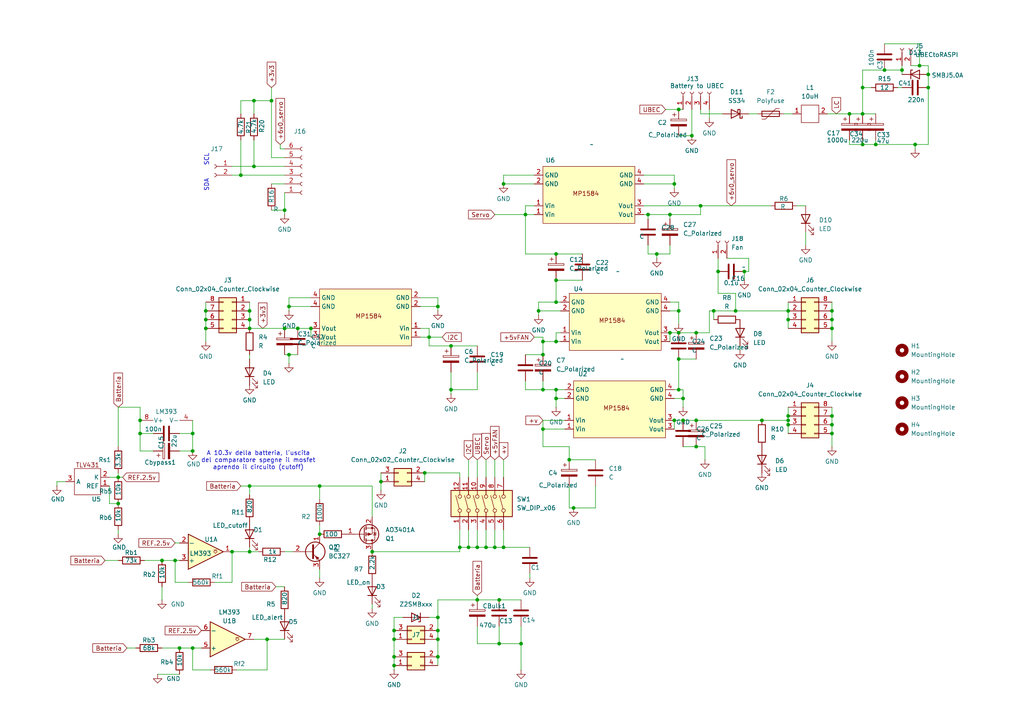
<source format=kicad_sch>
(kicad_sch (version 20250114) (generator "eeschema") (generator_version "9.0")
  (paper "A4")
  (text "A 10.3v della batteria, l'uscita\ndel comparatore spegne il mosfet\naprendo il circuito (cutoff)" (at 74.93 133.604 0) (effects (font (size 1.27 1.27))))
  (text "SDA    SCL" (at 59.944 50.038 90) (effects (font (size 1.27 1.27))))
  (junction (at 90.17 95.25))
  (junction (at 50.8 162.56))
  (junction (at 127 179.07))
  (junction (at 161.29 99.06))
  (junction (at 77.47 185.42))
  (junction (at 266.7 19.05))
  (junction (at 143.51 158.75))
  (junction (at 269.24 25.4))
  (junction (at 133.35 158.75))
  (junction (at 203.2 59.69))
  (junction (at 261.62 20.32))
  (junction (at 40.64 121.92))
  (junction (at 161.29 73.66))
  (junction (at 130.81 113.03))
  (junction (at 265.43 41.91))
  (junction (at 256.54 20.32))
  (junction (at 86.36 95.25))
  (junction (at 59.69 90.17))
  (junction (at 215.9 78.74))
  (junction (at 196.85 113.03))
  (junction (at 92.71 140.97))
  (junction (at 144.78 186.69))
  (junction (at 110.49 139.7))
  (junction (at 228.6 120.65))
  (junction (at 157.48 99.06))
  (junction (at 254 41.91))
  (junction (at 146.05 158.75))
  (junction (at 195.58 121.92))
  (junction (at 190.5 73.66))
  (junction (at 213.36 90.17))
  (junction (at 114.3 182.88))
  (junction (at 127 185.42))
  (junction (at 72.39 160.02))
  (junction (at 72.39 140.97))
  (junction (at 241.3 123.19))
  (junction (at 92.71 154.94))
  (junction (at 114.3 185.42))
  (junction (at 161.29 87.63))
  (junction (at 195.58 53.34))
  (junction (at 228.6 92.71))
  (junction (at 196.85 96.52))
  (junction (at 152.4 62.23))
  (junction (at 114.3 190.5))
  (junction (at 241.3 125.73))
  (junction (at 144.78 173.99))
  (junction (at 198.12 121.92))
  (junction (at 107.95 160.02))
  (junction (at 165.1 133.35))
  (junction (at 228.6 123.19))
  (junction (at 114.3 193.04))
  (junction (at 83.82 88.9))
  (junction (at 34.29 138.43))
  (junction (at 73.66 29.21))
  (junction (at 166.37 147.32))
  (junction (at 78.74 29.21))
  (junction (at 250.19 25.4))
  (junction (at 241.3 90.17))
  (junction (at 201.93 96.52))
  (junction (at 157.48 102.87))
  (junction (at 161.29 115.57))
  (junction (at 135.89 158.75))
  (junction (at 201.93 121.92))
  (junction (at 241.3 120.65))
  (junction (at 55.88 187.96))
  (junction (at 59.69 95.25))
  (junction (at 157.48 113.03))
  (junction (at 194.31 96.52))
  (junction (at 208.28 78.74))
  (junction (at 196.85 31.75))
  (junction (at 146.05 53.34))
  (junction (at 55.88 130.81))
  (junction (at 201.93 129.54))
  (junction (at 207.01 90.17))
  (junction (at 198.12 115.57))
  (junction (at 130.81 100.33))
  (junction (at 228.6 121.92))
  (junction (at 187.96 62.23))
  (junction (at 246.38 33.02))
  (junction (at 196.85 104.14))
  (junction (at 73.66 48.26))
  (junction (at 269.24 21.59))
  (junction (at 161.29 113.03))
  (junction (at 82.55 60.96))
  (junction (at 157.48 124.46))
  (junction (at 241.3 95.25))
  (junction (at 161.29 81.28))
  (junction (at 123.19 137.16))
  (junction (at 59.69 92.71))
  (junction (at 52.07 187.96))
  (junction (at 72.39 92.71))
  (junction (at 138.43 173.99))
  (junction (at 156.21 90.17))
  (junction (at 228.6 90.17))
  (junction (at 127 88.9))
  (junction (at 72.39 95.25))
  (junction (at 55.88 125.73))
  (junction (at 194.31 62.23))
  (junction (at 67.31 160.02))
  (junction (at 220.98 121.92))
  (junction (at 241.3 92.71))
  (junction (at 40.64 125.73))
  (junction (at 124.46 97.79))
  (junction (at 196.85 90.17))
  (junction (at 200.66 39.37))
  (junction (at 72.39 90.17))
  (junction (at 127 190.5))
  (junction (at 83.82 102.87))
  (junction (at 151.13 186.69))
  (junction (at 82.55 95.25))
  (junction (at 140.97 158.75))
  (junction (at 46.99 162.56))
  (junction (at 69.85 50.8))
  (junction (at 127 182.88))
  (junction (at 250.19 41.91))
  (junction (at 34.29 146.05))
  (junction (at 138.43 158.75))
  (junction (at 250.19 33.02))
  (wire (pts (xy 203.2 59.69) (xy 203.2 62.23)))
  (wire (pts (xy 78.74 25.4) (xy 78.74 29.21)))
  (wire (pts (xy 114.3 179.07) (xy 114.3 182.88)))
  (wire (pts (xy 152.4 113.03) (xy 157.48 113.03)))
  (wire (pts (xy 72.39 140.97) (xy 92.71 140.97)))
  (wire (pts (xy 256.54 12.7) (xy 266.7 12.7)))
  (wire (pts (xy 198.12 121.92) (xy 201.93 121.92)))
  (wire (pts (xy 250.19 25.4) (xy 252.73 25.4)))
  (wire (pts (xy 194.31 90.17) (xy 196.85 90.17)))
  (wire (pts (xy 52.07 130.81) (xy 55.88 130.81)))
  (wire (pts (xy 92.71 140.97) (xy 107.95 140.97)))
  (wire (pts (xy 165.1 129.54) (xy 165.1 133.35)))
  (wire (pts (xy 44.45 125.73) (xy 40.64 125.73)))
  (wire (pts (xy 207.01 90.17) (xy 207.01 92.71)))
  (wire (pts (xy 50.8 168.91) (xy 50.8 162.56)))
  (wire (pts (xy 154.94 59.69) (xy 152.4 59.69)))
  (wire (pts (xy 144.78 186.69) (xy 151.13 186.69)))
  (wire (pts (xy 52.07 125.73) (xy 55.88 125.73)))
  (wire (pts (xy 40.64 125.73) (xy 40.64 121.92)))
  (wire (pts (xy 127 173.99) (xy 127 179.07)))
  (wire (pts (xy 34.29 118.11) (xy 40.64 118.11)))
  (wire (pts (xy 138.43 153.67) (xy 138.43 158.75)))
  (wire (pts (xy 31.75 140.97) (xy 31.75 146.05)))
  (wire (pts (xy 77.47 185.42) (xy 73.66 185.42)))
  (wire (pts (xy 214.63 100.33) (xy 214.63 101.6)))
  (wire (pts (xy 161.29 73.66) (xy 168.91 73.66)))
  (wire (pts (xy 156.21 90.17) (xy 162.56 90.17)))
  (wire (pts (xy 138.43 133.35) (xy 138.43 138.43)))
  (wire (pts (xy 254 40.64) (xy 254 41.91)))
  (wire (pts (xy 124.46 97.79) (xy 121.92 97.79)))
  (wire (pts (xy 135.89 153.67) (xy 135.89 158.75)))
  (wire (pts (xy 144.78 173.99) (xy 151.13 173.99)))
  (wire (pts (xy 90.17 95.25) (xy 90.17 97.79)))
  (wire (pts (xy 157.48 113.03) (xy 161.29 113.03)))
  (wire (pts (xy 34.29 137.16) (xy 34.29 138.43)))
  (wire (pts (xy 72.39 87.63) (xy 72.39 90.17)))
  (wire (pts (xy 198.12 129.54) (xy 201.93 129.54)))
  (wire (pts (xy 59.69 87.63) (xy 59.69 90.17)))
  (wire (pts (xy 72.39 158.75) (xy 72.39 160.02)))
  (wire (pts (xy 261.62 20.32) (xy 261.62 21.59)))
  (wire (pts (xy 195.58 53.34) (xy 195.58 54.61)))
  (wire (pts (xy 138.43 158.75) (xy 135.89 158.75)))
  (wire (pts (xy 161.29 81.28) (xy 168.91 81.28)))
  (wire (pts (xy 260.35 25.4) (xy 261.62 25.4)))
  (wire (pts (xy 172.72 147.32) (xy 166.37 147.32)))
  (wire (pts (xy 124.46 179.07) (xy 127 179.07)))
  (wire (pts (xy 269.24 21.59) (xy 269.24 25.4)))
  (wire (pts (xy 107.95 160.02) (xy 133.35 160.02)))
  (wire (pts (xy 114.3 190.5) (xy 114.3 193.04)))
  (wire (pts (xy 156.21 90.17) (xy 156.21 91.44)))
  (wire (pts (xy 34.29 138.43) (xy 35.56 138.43)))
  (wire (pts (xy 124.46 100.33) (xy 130.81 100.33)))
  (wire (pts (xy 194.31 73.66) (xy 190.5 73.66)))
  (wire (pts (xy 204.47 129.54) (xy 201.93 129.54)))
  (wire (pts (xy 196.85 87.63) (xy 194.31 87.63)))
  (wire (pts (xy 195.58 113.03) (xy 196.85 113.03)))
  (wire (pts (xy 123.19 137.16) (xy 123.19 139.7)))
  (wire (pts (xy 59.69 92.71) (xy 59.69 95.25)))
  (wire (pts (xy 161.29 115.57) (xy 161.29 118.11)))
  (wire (pts (xy 67.31 168.91) (xy 67.31 160.02)))
  (wire (pts (xy 241.3 125.73) (xy 241.3 129.54)))
  (wire (pts (xy 92.71 152.4) (xy 92.71 154.94)))
  (wire (pts (xy 31.75 138.43) (xy 34.29 138.43)))
  (wire (pts (xy 203.2 31.75) (xy 203.2 33.02)))
  (wire (pts (xy 151.13 194.31) (xy 151.13 186.69)))
  (wire (pts (xy 83.82 102.87) (xy 83.82 105.41)))
  (wire (pts (xy 198.12 113.03) (xy 198.12 115.57)))
  (wire (pts (xy 256.54 20.32) (xy 261.62 20.32)))
  (wire (pts (xy 133.35 137.16) (xy 123.19 137.16)))
  (wire (pts (xy 67.31 48.26) (xy 73.66 48.26)))
  (wire (pts (xy 143.51 133.35) (xy 143.51 138.43)))
  (wire (pts (xy 127 179.07) (xy 127 182.88)))
  (wire (pts (xy 228.6 92.71) (xy 228.6 95.25)))
  (wire (pts (xy 265.43 41.91) (xy 265.43 43.18)))
  (wire (pts (xy 110.49 137.16) (xy 110.49 139.7)))
  (wire (pts (xy 196.85 96.52) (xy 201.93 96.52)))
  (wire (pts (xy 52.07 187.96) (xy 55.88 187.96)))
  (wire (pts (xy 121.92 88.9) (xy 127 88.9)))
  (wire (pts (xy 82.55 55.88) (xy 82.55 60.96)))
  (wire (pts (xy 92.71 140.97) (xy 92.71 144.78)))
  (wire (pts (xy 127 185.42) (xy 127 190.5)))
  (wire (pts (xy 161.29 113.03) (xy 163.83 113.03)))
  (wire (pts (xy 203.2 33.02) (xy 209.55 33.02)))
  (wire (pts (xy 162.56 96.52) (xy 161.29 96.52)))
  (wire (pts (xy 250.19 20.32) (xy 256.54 20.32)))
  (wire (pts (xy 133.35 153.67) (xy 133.35 158.75)))
  (wire (pts (xy 203.2 59.69) (xy 223.52 59.69)))
  (wire (pts (xy 157.48 99.06) (xy 161.29 99.06)))
  (wire (pts (xy 266.7 12.7) (xy 266.7 19.05)))
  (wire (pts (xy 34.29 153.67) (xy 34.29 154.94)))
  (wire (pts (xy 266.7 19.05) (xy 269.24 19.05)))
  (wire (pts (xy 78.74 45.72) (xy 82.55 45.72)))
  (wire (pts (xy 124.46 95.25) (xy 124.46 97.79)))
  (wire (pts (xy 140.97 153.67) (xy 140.97 158.75)))
  (wire (pts (xy 152.4 59.69) (xy 152.4 62.23)))
  (wire (pts (xy 152.4 73.66) (xy 161.29 73.66)))
  (wire (pts (xy 205.74 96.52) (xy 205.74 90.17)))
  (wire (pts (xy 69.85 33.02) (xy 69.85 29.21)))
  (wire (pts (xy 196.85 93.98) (xy 196.85 90.17)))
  (wire (pts (xy 50.8 162.56) (xy 52.07 162.56)))
  (wire (pts (xy 228.6 121.92) (xy 228.6 120.65)))
  (wire (pts (xy 52.07 195.58) (xy 45.72 195.58)))
  (wire (pts (xy 143.51 62.23) (xy 152.4 62.23)))
  (wire (pts (xy 50.8 157.48) (xy 52.07 157.48)))
  (wire (pts (xy 135.89 133.35) (xy 135.89 138.43)))
  (wire (pts (xy 151.13 181.61) (xy 151.13 186.69)))
  (wire (pts (xy 133.35 160.02) (xy 133.35 158.75)))
  (wire (pts (xy 83.82 102.87) (xy 86.36 102.87)))
  (wire (pts (xy 138.43 172.72) (xy 138.43 173.99)))
  (wire (pts (xy 72.39 90.17) (xy 72.39 92.71)))
  (wire (pts (xy 62.23 168.91) (xy 67.31 168.91)))
  (wire (pts (xy 107.95 140.97) (xy 107.95 149.86)))
  (wire (pts (xy 250.19 25.4) (xy 250.19 33.02)))
  (wire (pts (xy 72.39 160.02) (xy 74.93 160.02)))
  (wire (pts (xy 143.51 158.75) (xy 140.97 158.75)))
  (wire (pts (xy 186.69 59.69) (xy 203.2 59.69)))
  (wire (pts (xy 69.85 29.21) (xy 73.66 29.21)))
  (wire (pts (xy 246.38 41.91) (xy 250.19 41.91)))
  (wire (pts (xy 72.39 92.71) (xy 72.39 95.25)))
  (wire (pts (xy 157.48 121.92) (xy 163.83 121.92)))
  (wire (pts (xy 146.05 158.75) (xy 143.51 158.75)))
  (wire (pts (xy 195.58 50.8) (xy 195.58 53.34)))
  (wire (pts (xy 187.96 62.23) (xy 194.31 62.23)))
  (wire (pts (xy 165.1 147.32) (xy 166.37 147.32)))
  (wire (pts (xy 55.88 187.96) (xy 58.42 187.96)))
  (wire (pts (xy 172.72 140.97) (xy 172.72 147.32)))
  (wire (pts (xy 114.3 193.04) (xy 114.3 194.31)))
  (wire (pts (xy 138.43 186.69) (xy 144.78 186.69)))
  (wire (pts (xy 193.04 31.75) (xy 196.85 31.75)))
  (wire (pts (xy 154.94 97.79) (xy 157.48 97.79)))
  (wire (pts (xy 261.62 19.05) (xy 261.62 20.32)))
  (wire (pts (xy 241.3 120.65) (xy 241.3 123.19)))
  (wire (pts (xy 46.99 187.96) (xy 52.07 187.96)))
  (wire (pts (xy 54.61 168.91) (xy 50.8 168.91)))
  (wire (pts (xy 127 182.88) (xy 127 185.42)))
  (wire (pts (xy 121.92 86.36) (xy 127 86.36)))
  (wire (pts (xy 201.93 96.52) (xy 205.74 96.52)))
  (wire (pts (xy 186.69 53.34) (xy 195.58 53.34)))
  (wire (pts (xy 161.29 115.57) (xy 163.83 115.57)))
  (wire (pts (xy 41.91 162.56) (xy 46.99 162.56)))
  (wire (pts (xy 40.64 118.11) (xy 40.64 121.92)))
  (wire (pts (xy 78.74 60.96) (xy 82.55 60.96)))
  (wire (pts (xy 82.55 62.23) (xy 82.55 60.96)))
  (wire (pts (xy 196.85 39.37) (xy 200.66 39.37)))
  (wire (pts (xy 60.96 194.31) (xy 55.88 194.31)))
  (wire (pts (xy 194.31 62.23) (xy 203.2 62.23)))
  (wire (pts (xy 73.66 40.64) (xy 73.66 48.26)))
  (wire (pts (xy 121.92 95.25) (xy 124.46 95.25)))
  (wire (pts (xy 153.67 166.37) (xy 153.67 167.64)))
  (wire (pts (xy 157.48 110.49) (xy 157.48 113.03)))
  (wire (pts (xy 77.47 185.42) (xy 82.55 185.42)))
  (wire (pts (xy 82.55 48.26) (xy 73.66 48.26)))
  (wire (pts (xy 205.74 90.17) (xy 207.01 90.17)))
  (wire (pts (xy 152.4 62.23) (xy 154.94 62.23)))
  (wire (pts (xy 55.88 125.73) (xy 55.88 121.92)))
  (wire (pts (xy 200.66 31.75) (xy 200.66 39.37)))
  (wire (pts (xy 241.3 92.71) (xy 241.3 95.25)))
  (wire (pts (xy 140.97 133.35) (xy 140.97 138.43)))
  (wire (pts (xy 220.98 121.92) (xy 228.6 121.92)))
  (wire (pts (xy 138.43 173.99) (xy 144.78 173.99)))
  (wire (pts (xy 269.24 25.4) (xy 269.24 41.91)))
  (wire (pts (xy 208.28 74.93) (xy 208.28 78.74)))
  (wire (pts (xy 73.66 33.02) (xy 73.66 29.21)))
  (wire (pts (xy 187.96 71.12) (xy 187.96 73.66)))
  (wire (pts (xy 196.85 90.17) (xy 196.85 87.63)))
  (wire (pts (xy 196.85 104.14) (xy 196.85 113.03)))
  (wire (pts (xy 59.69 95.25) (xy 59.69 99.06)))
  (wire (pts (xy 165.1 140.97) (xy 165.1 147.32)))
  (wire (pts (xy 233.68 71.12) (xy 233.68 67.31)))
  (wire (pts (xy 240.03 33.02) (xy 246.38 33.02)))
  (wire (pts (xy 213.36 90.17) (xy 228.6 90.17)))
  (wire (pts (xy 72.39 140.97) (xy 72.39 143.51)))
  (wire (pts (xy 78.74 53.34) (xy 82.55 53.34)))
  (wire (pts (xy 165.1 133.35) (xy 172.72 133.35)))
  (wire (pts (xy 196.85 113.03) (xy 198.12 113.03)))
  (wire (pts (xy 194.31 96.52) (xy 196.85 96.52)))
  (wire (pts (xy 194.31 71.12) (xy 194.31 73.66)))
  (wire (pts (xy 140.97 158.75) (xy 138.43 158.75)))
  (wire (pts (xy 130.81 100.33) (xy 138.43 100.33)))
  (wire (pts (xy 146.05 50.8) (xy 154.94 50.8)))
  (wire (pts (xy 144.78 181.61) (xy 144.78 186.69)))
  (wire (pts (xy 156.21 87.63) (xy 156.21 90.17)))
  (wire (pts (xy 138.43 181.61) (xy 138.43 186.69)))
  (wire (pts (xy 146.05 53.34) (xy 154.94 53.34)))
  (wire (pts (xy 81.28 43.18) (xy 82.55 43.18)))
  (wire (pts (xy 114.3 182.88) (xy 114.3 185.42)))
  (wire (pts (xy 143.51 153.67) (xy 143.51 158.75)))
  (wire (pts (xy 146.05 50.8) (xy 146.05 53.34)))
  (wire (pts (xy 127 88.9) (xy 127 86.36)))
  (wire (pts (xy 161.29 87.63) (xy 156.21 87.63)))
  (wire (pts (xy 161.29 81.28) (xy 161.29 87.63)))
  (wire (pts (xy 246.38 40.64) (xy 246.38 41.91)))
  (wire (pts (xy 187.96 73.66) (xy 190.5 73.66)))
  (wire (pts (xy 152.4 110.49) (xy 152.4 113.03)))
  (wire (pts (xy 68.58 194.31) (xy 77.47 194.31)))
  (wire (pts (xy 186.69 50.8) (xy 195.58 50.8)))
  (wire (pts (xy 196.85 104.14) (xy 201.93 104.14)))
  (wire (pts (xy 269.24 19.05) (xy 269.24 21.59)))
  (wire (pts (xy 146.05 153.67) (xy 146.05 158.75)))
  (wire (pts (xy 127 90.17) (xy 127 88.9)))
  (wire (pts (xy 241.3 118.11) (xy 241.3 120.65)))
  (wire (pts (xy 83.82 88.9) (xy 83.82 90.17)))
  (wire (pts (xy 207.01 90.17) (xy 213.36 90.17)))
  (wire (pts (xy 161.29 113.03) (xy 161.29 115.57)))
  (wire (pts (xy 163.83 124.46) (xy 157.48 124.46)))
  (wire (pts (xy 107.95 175.26) (xy 107.95 176.53)))
  (wire (pts (xy 157.48 124.46) (xy 157.48 129.54)))
  (wire (pts (xy 127 173.99) (xy 138.43 173.99)))
  (wire (pts (xy 228.6 120.65) (xy 228.6 118.11)))
  (wire (pts (xy 92.71 165.1) (xy 92.71 167.64)))
  (wire (pts (xy 83.82 88.9) (xy 90.17 88.9)))
  (wire (pts (xy 69.85 50.8) (xy 82.55 50.8)))
  (wire (pts (xy 195.58 121.92) (xy 198.12 121.92)))
  (wire (pts (xy 201.93 121.92) (xy 220.98 121.92)))
  (wire (pts (xy 228.6 123.19) (xy 228.6 125.73)))
  (wire (pts (xy 146.05 133.35) (xy 146.05 138.43)))
  (wire (pts (xy 157.48 129.54) (xy 165.1 129.54)))
  (wire (pts (xy 157.48 99.06) (xy 157.48 102.87)))
  (wire (pts (xy 250.19 40.64) (xy 250.19 41.91)))
  (wire (pts (xy 231.14 59.69) (xy 233.68 59.69)))
  (wire (pts (xy 208.28 85.09) (xy 208.28 78.74)))
  (wire (pts (xy 228.6 121.92) (xy 228.6 123.19)))
  (wire (pts (xy 246.38 33.02) (xy 250.19 33.02)))
  (wire (pts (xy 250.19 41.91) (xy 254 41.91)))
  (wire (pts (xy 72.39 102.87) (xy 72.39 104.14)))
  (wire (pts (xy 210.82 74.93) (xy 217.17 74.93)))
  (wire (pts (xy 55.88 130.81) (xy 55.88 125.73)))
  (wire (pts (xy 16.51 139.7) (xy 19.05 139.7)))
  (wire (pts (xy 124.46 97.79) (xy 128.27 97.79)))
  (wire (pts (xy 44.45 130.81) (xy 40.64 130.81)))
  (wire (pts (xy 161.29 96.52) (xy 161.29 99.06)))
  (wire (pts (xy 241.3 95.25) (xy 241.3 99.06)))
  (wire (pts (xy 217.17 74.93) (xy 217.17 78.74)))
  (wire (pts (xy 157.48 124.46) (xy 157.48 121.92)))
  (wire (pts (xy 83.82 86.36) (xy 83.82 88.9)))
  (wire (pts (xy 138.43 107.95) (xy 138.43 113.03)))
  (wire (pts (xy 194.31 96.52) (xy 194.31 99.06)))
  (wire (pts (xy 194.31 62.23) (xy 194.31 63.5)))
  (wire (pts (xy 152.4 62.23) (xy 152.4 73.66)))
  (wire (pts (xy 124.46 97.79) (xy 124.46 100.33)))
  (wire (pts (xy 264.16 19.05) (xy 266.7 19.05)))
  (wire (pts (xy 146.05 158.75) (xy 153.67 158.75)))
  (wire (pts (xy 110.49 139.7) (xy 110.49 142.24)))
  (wire (pts (xy 82.55 102.87) (xy 83.82 102.87)))
  (wire (pts (xy 195.58 121.92) (xy 195.58 124.46)))
  (wire (pts (xy 16.51 139.7) (xy 16.51 140.97)))
  (wire (pts (xy 46.99 162.56) (xy 50.8 162.56)))
  (wire (pts (xy 217.17 33.02) (xy 219.71 33.02)))
  (wire (pts (xy 241.3 123.19) (xy 241.3 125.73)))
  (wire (pts (xy 215.9 78.74) (xy 215.9 81.28)))
  (wire (pts (xy 69.85 40.64) (xy 69.85 50.8)))
  (wire (pts (xy 187.96 62.23) (xy 187.96 63.5)))
  (wire (pts (xy 138.43 113.03) (xy 130.81 113.03)))
  (wire (pts (xy 80.01 170.18) (xy 82.55 170.18)))
  (wire (pts (xy 250.19 33.02) (xy 254 33.02)))
  (wire (pts (xy 269.24 41.91) (xy 265.43 41.91)))
  (wire (pts (xy 40.64 130.81) (xy 40.64 125.73)))
  (wire (pts (xy 250.19 20.32) (xy 250.19 25.4)))
  (wire (pts (xy 190.5 73.66) (xy 190.5 74.93)))
  (wire (pts (xy 90.17 95.25) (xy 86.36 95.25)))
  (wire (pts (xy 198.12 115.57) (xy 198.12 118.11)))
  (wire (pts (xy 241.3 90.17) (xy 241.3 92.71)))
  (wire (pts (xy 127 190.5) (xy 127 193.04)))
  (wire (pts (xy 34.29 118.11) (xy 34.29 129.54)))
  (wire (pts (xy 228.6 90.17) (xy 228.6 92.71)))
  (wire (pts (xy 77.47 194.31) (xy 77.47 185.42)))
  (wire (pts (xy 217.17 78.74) (xy 215.9 78.74)))
  (wire (pts (xy 133.35 138.43) (xy 133.35 137.16)))
  (wire (pts (xy 67.31 160.02) (xy 72.39 160.02)))
  (wire (pts (xy 78.74 29.21) (xy 78.74 45.72)))
  (wire (pts (xy 36.83 187.96) (xy 39.37 187.96)))
  (wire (pts (xy 73.66 29.21) (xy 78.74 29.21)))
  (wire (pts (xy 195.58 115.57) (xy 198.12 115.57)))
  (wire (pts (xy 254 41.91) (xy 265.43 41.91)))
  (wire (pts (xy 114.3 185.42) (xy 114.3 190.5)))
  (wire (pts (xy 152.4 102.87) (xy 157.48 102.87)))
  (wire (pts (xy 133.35 158.75) (xy 135.89 158.75)))
  (wire (pts (xy 46.99 170.18) (xy 46.99 173.99)))
  (wire (pts (xy 204.47 133.35) (xy 204.47 129.54)))
  (wire (pts (xy 67.31 50.8) (xy 69.85 50.8)))
  (wire (pts (xy 82.55 160.02) (xy 85.09 160.02)))
  (wire (pts (xy 205.74 31.75) (xy 205.74 34.29)))
  (wire (pts (xy 228.6 87.63) (xy 228.6 90.17)))
  (wire (pts (xy 213.36 85.09) (xy 208.28 85.09)))
  (wire (pts (xy 241.3 87.63) (xy 241.3 90.17)))
  (wire (pts (xy 130.81 107.95) (xy 130.81 113.03)))
  (wire (pts (xy 157.48 97.79) (xy 157.48 99.06)))
  (wire (pts (xy 72.39 95.25) (xy 82.55 95.25)))
  (wire (pts (xy 86.36 95.25) (xy 82.55 95.25)))
  (wire (pts (xy 30.48 162.56) (xy 34.29 162.56)))
  (wire (pts (xy 116.84 179.07) (xy 114.3 179.07)))
  (wire (pts (xy 161.29 99.06) (xy 162.56 99.06)))
  (wire (pts (xy 59.69 90.17) (xy 59.69 92.71)))
  (wire (pts (xy 186.69 62.23) (xy 187.96 62.23)))
  (wire (pts (xy 55.88 194.31) (xy 55.88 187.96)))
  (wire (pts (xy 130.81 113.03) (xy 130.81 114.3)))
  (wire (pts (xy 69.85 140.97) (xy 72.39 140.97)))
  (wire (pts (xy 90.17 86.36) (xy 83.82 86.36)))
  (wire (pts (xy 31.75 146.05) (xy 34.29 146.05)))
  (wire (pts (xy 227.33 33.02) (xy 229.87 33.02)))
  (wire (pts (xy 196.85 31.75) (xy 198.12 31.75)))
  (wire (pts (xy 162.56 87.63) (xy 161.29 87.63)))
  (wire (pts (xy 81.28 41.91) (xy 81.28 43.18)))
  (wire (pts (xy 213.36 85.09) (xy 213.36 90.17)))
  (global_label "Batteria" (shape input) (at 36.83 187.96 180) (property "Intersheetrefs" "${INTERSHEET_REFS}" (effects (hide yes))))
  (global_label "Batteria" (shape input) (at 80.01 170.18 180) (property "Intersheetrefs" "${INTERSHEET_REFS}" (effects (hide yes))))
  (global_label "+v" (shape input) (at 157.48 121.92 180) (property "Intersheetrefs" "${INTERSHEET_REFS}" (effects (hide yes))))
  (global_label "UBEC" (shape input) (at 138.43 133.35 90) (property "Intersheetrefs" "${INTERSHEET_REFS}" (effects (hide yes))))
  (global_label "+6v0_servo" (shape input) (at 212.09 59.69 90) (property "Intersheetrefs" "${INTERSHEET_REFS}" (effects (hide yes))))
  (global_label "+6v0_servo" (shape input) (at 81.28 41.91 90) (property "Intersheetrefs" "${INTERSHEET_REFS}" (effects (hide yes))))
  (global_label "+3v3" (shape input) (at 76.2 95.25 90) (property "Intersheetrefs" "${INTERSHEET_REFS}" (effects (hide yes))))
  (global_label "+5vFAN" (shape input) (at 154.94 97.79 180) (property "Intersheetrefs" "${INTERSHEET_REFS}" (effects (hide yes))))
  (global_label "Servo" (shape input) (at 143.51 62.23 180) (property "Intersheetrefs" "${INTERSHEET_REFS}" (effects (hide yes))))
  (global_label "Batteria" (shape input) (at 69.85 140.97 180) (property "Intersheetrefs" "${INTERSHEET_REFS}" (effects (hide yes))))
  (global_label "+5vFAN" (shape input) (at 143.51 133.35 90) (property "Intersheetrefs" "${INTERSHEET_REFS}" (effects (hide yes))))
  (global_label "I2C" (shape input) (at 135.89 133.35 90) (property "Intersheetrefs" "${INTERSHEET_REFS}" (effects (hide yes))))
  (global_label "Batteria" (shape input) (at 30.48 162.56 180) (property "Intersheetrefs" "${INTERSHEET_REFS}" (effects (hide yes))))
  (global_label "REF.2.5v" (shape input) (at 35.56 138.43 0) (property "Intersheetrefs" "${INTERSHEET_REFS}" (effects (hide yes))))
  (global_label "REF.2.5v" (shape input) (at 50.8 157.48 180) (property "Intersheetrefs" "${INTERSHEET_REFS}" (effects (hide yes))))
  (global_label "Batteria" (shape input) (at 34.29 118.11 90) (property "Intersheetrefs" "${INTERSHEET_REFS}" (effects (hide yes))))
  (global_label "+3v3" (shape input) (at 78.74 25.4 90) (property "Intersheetrefs" "${INTERSHEET_REFS}" (effects (hide yes))))
  (global_label "UBEC" (shape input) (at 193.04 31.75 180) (property "Intersheetrefs" "${INTERSHEET_REFS}" (effects (hide yes))))
  (global_label "REF.2.5v" (shape input) (at 58.42 182.88 180) (property "Intersheetrefs" "${INTERSHEET_REFS}" (effects (hide yes))))
  (global_label "+v" (shape input) (at 146.05 133.35 90) (property "Intersheetrefs" "${INTERSHEET_REFS}" (effects (hide yes))))
  (global_label "Batteria" (shape input) (at 138.43 172.72 90) (property "Intersheetrefs" "${INTERSHEET_REFS}" (effects (hide yes))))
  (global_label "Servo" (shape input) (at 140.97 133.35 90) (property "Intersheetrefs" "${INTERSHEET_REFS}" (effects (hide yes))))
  (global_label "LC" (shape input) (at 242.57 33.02 90) (property "Intersheetrefs" "${INTERSHEET_REFS}" (effects (hide yes))))
  (global_label "I2C" (shape input) (at 128.27 97.79 0) (property "Intersheetrefs" "${INTERSHEET_REFS}" (effects (hide yes))))
  (symbol (lib_id "Connector:Conn_01x02_Socket") (at 62.23 48.26 0) (mirror y) (unit 1)
    (property "Reference" "J17" (at 62.865 43.18 0))
    (property "Value" "Conn_01x02_Socket" (effects (hide yes)))
    (property "Footprint" "Connector_PinHeader_2.54mm:PinHeader_1x02_P2.54mm_Vertical" (effects (hide yes)))
    (property "Description" "Generic connector, single row, 01x02, script generated" (effects (hide yes)))
  )
  (symbol (lib_id "Connector_Generic:Conn_02x04_Counter_Clockwise") (at 233.68 120.65 0) (unit 1)
    (property "Reference" "J4" (at 234.95 111.76 0))
    (property "Value" "Conn_02x04_Counter_Clockwise" (at 234.95 114.3 0))
    (property "Footprint" "Connector_Molex:Molex_Micro-Fit_3.0_43045-0812_2x04_P3.00mm_Vertical" (effects (hide yes)))
    (property "Description" "Generic connector, double row, 02x04, counter clockwise pin numbering scheme (similar to DIP package numbering), script generated (kicad-library-utils/schlib/autogen/connector/)" (effects (hide yes)))
  )
  (symbol (lib_id "Device:C") (at 187.96 67.31 0) (unit 1)
    (property "Reference" "C28" (at 191.77 66.0399 0) (effects (justify left)))
    (property "Value" "C" (at 185.42 68.5799 0) (effects (justify left)))
    (property "Footprint" "Capacitor_THT:C_Disc_D5.1mm_W3.2mm_P5.00mm" (effects (hide yes)))
    (property "Description" "Unpolarized capacitor" (effects (hide yes)))
  )
  (symbol (lib_id "Device:C_Polarized") (at 161.29 77.47 0) (unit 1)
    (property "Reference" "C12" (at 165.1 75.3109 0) (effects (justify left)))
    (property "Value" "C_Polarized" (at 165.1 77.8509 0) (effects (justify left)))
    (property "Footprint" "Capacitor_THT:CP_Radial_D6.3mm_P2.50mm" (effects (hide yes)))
    (property "Description" "Polarized capacitor" (effects (hide yes)))
  )
  (symbol (lib_id "Device:R") (at 78.74 160.02 270) (unit 1)
    (property "Reference" "R12" (at 80.264 162.306 90) (effects (justify right)))
    (property "Value" "1k" (at 80.264 160.02 90) (effects (justify right)))
    (property "Footprint" "Resistor_THT:R_Axial_DIN0204_L3.6mm_D1.6mm_P5.08mm_Horizontal" (effects (hide yes)))
    (property "Description" "Resistor" (effects (hide yes)))
  )
  (symbol (lib_id "Diode:SS34") (at 213.36 33.02 180) (unit 1)
    (property "Reference" "D11" (at 213.6775 26.67 0))
    (property "Value" "SS34" (at 213.6775 29.21 0))
    (property "Footprint" "Diode_SMD:D_SMB_Handsoldering" (effects (hide yes)))
    (property "Datasheet" "https://www.vishay.com/docs/88751/ss32.pdf" (effects (hide yes)))
    (property "Description" "40V 3A Schottky Diode, SMA" (effects (hide yes)))
  )
  (symbol (lib_id "power:GND") (at 220.98 137.16 0) (unit 1)
    (property "Reference" "#PWR018" (effects (hide yes)))
    (property "Value" "GND" (at 220.98 141.478 0))
    (property "Description" "Power symbol creates a global label with name \"GND\" , ground" (effects (hide yes)))
  )
  (symbol (lib_id "Libreria_Personale:TLV431") (at 25.4 139.7 180) (unit 1)
    (property "Reference" "U5" (at 27.94 144.78 0))
    (property "Footprint" "Package_TO_SOT_SMD:SOT-23-3" (effects (hide yes)))
  )
  (symbol (lib_id "Device:C") (at 198.12 125.73 0) (unit 1)
    (property "Reference" "C26" (at 201.93 124.4599 0) (effects (justify left)))
    (property "Value" "C" (at 201.93 126.9999 0) (effects (justify left)))
    (property "Footprint" "Capacitor_THT:C_Disc_D5.1mm_W3.2mm_P5.00mm" (effects (hide yes)))
    (property "Description" "Unpolarized capacitor" (effects (hide yes)))
  )
  (symbol (lib_id "power:GND") (at 233.68 71.12 0) (unit 1)
    (property "Reference" "#PWR014" (effects (hide yes)))
    (property "Value" "GND" (at 233.68 75.438 0))
    (property "Description" "Power symbol creates a global label with name \"GND\" , ground" (effects (hide yes)))
  )
  (symbol (lib_id "power:GND") (at 55.88 130.81 0) (unit 1)
    (property "Reference" "#PWR043" (effects (hide yes)))
    (property "Value" "GND" (at 54.102 134.62 0) (effects (justify left)))
    (property "Description" "Power symbol creates a global label with name \"GND\" , ground" (effects (hide yes)))
  )
  (symbol (lib_id "Connector_Generic:Conn_02x04_Counter_Clockwise") (at 67.31 90.17 0) (mirror y) (unit 1)
    (property "Reference" "J3" (at 66.04 81.28 0))
    (property "Value" "Conn_02x04_Counter_Clockwise" (at 66.04 83.82 0))
    (property "Footprint" "Connector_Molex:Molex_Micro-Fit_3.0_43045-0812_2x04_P3.00mm_Vertical" (effects (hide yes)))
    (property "Description" "Generic connector, double row, 02x04, counter clockwise pin numbering scheme (similar to DIP package numbering), script generated (kicad-library-utils/schlib/autogen/connector/)" (effects (hide yes)))
  )
  (symbol (lib_id "Device:C_Polarized") (at 254 36.83 0) (unit 1)
    (property "Reference" "C33" (at 254.254 39.116 0) (effects (justify left)))
    (property "Value" "47u" (at 254.254 40.894 0) (effects (justify left)))
    (property "Footprint" "Capacitor_THT:CP_Radial_D6.3mm_P2.50mm" (effects (hide yes)))
    (property "Description" "Polarized capacitor" (effects (hide yes)))
  )
  (symbol (lib_id "Device:C_Polarized") (at 165.1 137.16 0) (unit 1)
    (property "Reference" "C4" (at 159.004 137.16 0) (effects (justify left)))
    (property "Value" "C_Polarized" (at 156.21 140.716 0) (effects (justify left)))
    (property "Footprint" "Capacitor_THT:CP_Radial_D6.3mm_P2.50mm" (effects (hide yes)))
    (property "Description" "Polarized capacitor" (effects (hide yes)))
  )
  (symbol (lib_id "PersonaleKicad:MP1584") (at 171.45 54.61 0) (unit 1)
    (property "Reference" "U6" (at 158.242 46.482 0) (effects (justify left)))
    (property "Value" "~" (at 171.0533 41.91 0) (effects (justify left)))
    (property "Footprint" "Converter_DCDC:SRT_MPT1584EN_Module" (effects (hide yes)))
  )
  (symbol (lib_id "power:GND") (at 166.37 147.32 0) (unit 1)
    (property "Reference" "#PWR036" (effects (hide yes)))
    (property "Value" "GND" (at 166.37 151.638 0))
    (property "Description" "Power symbol creates a global label with name \"GND\" , ground" (effects (hide yes)))
  )
  (symbol (lib_id "Device:R") (at 73.66 36.83 0) (mirror x) (unit 1)
    (property "Reference" "R20" (at 75.946 36.576 90))
    (property "Value" "4.7k" (at 73.66 36.576 90))
    (property "Footprint" "Resistor_THT:R_Axial_DIN0204_L3.6mm_D1.6mm_P5.08mm_Horizontal" (effects (hide yes)))
    (property "Description" "Resistor" (effects (hide yes)))
  )
  (symbol (lib_id "Device:C_Polarized") (at 130.81 104.14 0) (unit 1)
    (property "Reference" "C6" (at 134.62 101.9809 0) (effects (justify left)))
    (property "Value" "C_Polarized" (at 134.62 104.5209 0) (effects (justify left)))
    (property "Footprint" "Capacitor_THT:CP_Radial_D6.3mm_P2.50mm" (effects (hide yes)))
    (property "Description" "Polarized capacitor" (effects (hide yes)))
  )
  (symbol (lib_id "power:GND") (at 205.74 34.29 0) (unit 1)
    (property "Reference" "#PWR041" (effects (hide yes)))
    (property "Value" "GND" (at 205.74 38.608 0))
    (property "Description" "Power symbol creates a global label with name \"GND\" , ground" (effects (hide yes)))
  )
  (symbol (lib_id "power:GND") (at 72.39 111.76 0) (unit 1)
    (property "Reference" "#PWR022" (effects (hide yes)))
    (property "Value" "GND" (at 72.39 116.078 0))
    (property "Description" "Power symbol creates a global label with name \"GND\" , ground" (effects (hide yes)))
  )
  (symbol (lib_id "Device:C") (at 212.09 78.74 90) (unit 1)
    (property "Reference" "C16" (at 214.122 80.772 90))
    (property "Value" "0.1u" (at 212.09 82.042 90))
    (property "Footprint" "Capacitor_THT:C_Disc_D5.1mm_W3.2mm_P5.00mm" (effects (hide yes)))
    (property "Description" "Unpolarized capacitor" (effects (hide yes)))
  )
  (symbol (lib_id "Mechanical:MountingHole") (at 261.62 124.46 0) (unit 1) (in_bom no)
    (property "Reference" "H4" (at 264.16 123.1899 0) (effects (justify left)))
    (property "Value" "MountingHole" (at 264.16 125.7299 0) (effects (justify left)))
    (property "Footprint" "MountingHole:MountingHole_3.2mm_M3" (effects (hide yes)))
    (property "Description" "Mounting Hole without connection" (effects (hide yes)))
  )
  (symbol (lib_id "Device:LED") (at 72.39 154.94 90) (unit 1)
    (property "Reference" "D1" (at 76.2 153.67 90) (effects (justify left)))
    (property "Value" "LED_cutoff" (at 71.882 152.4 90) (effects (justify left)))
    (property "Footprint" "LED_THT:LED_D4.0mm" (effects (hide yes)))
    (property "Description" "Light emitting diode" (effects (hide yes)))
    (property "Sim.Pins" "1=K 2=A" (effects (hide yes)))
  )
  (symbol (lib_id "Device:C") (at 172.72 137.16 0) (unit 1)
    (property "Reference" "C18" (at 176.53 135.8899 0) (effects (justify left)))
    (property "Value" "C" (at 176.53 138.4299 0) (effects (justify left)))
    (property "Footprint" "Capacitor_THT:C_Disc_D5.1mm_W3.2mm_P5.00mm" (effects (hide yes)))
    (property "Description" "Unpolarized capacitor" (effects (hide yes)))
  )
  (symbol (lib_id "Device:R") (at 58.42 168.91 270) (unit 1)
    (property "Reference" "Rf1" (at 64.77 167.132 90) (effects (justify right)))
    (property "Value" "560k" (at 60.706 168.91 90) (effects (justify right)))
    (property "Footprint" "Resistor_THT:R_Axial_DIN0204_L3.6mm_D1.6mm_P5.08mm_Horizontal" (effects (hide yes)))
    (property "Description" "Resistor" (effects (hide yes)))
  )
  (symbol (lib_id "Device:C") (at 168.91 77.47 0) (unit 1)
    (property "Reference" "C22" (at 172.72 76.1999 0) (effects (justify left)))
    (property "Value" "C" (at 172.72 78.7399 0) (effects (justify left)))
    (property "Footprint" "Capacitor_THT:C_Disc_D5.1mm_W3.2mm_P5.00mm" (effects (hide yes)))
    (property "Description" "Unpolarized capacitor" (effects (hide yes)))
  )
  (symbol (lib_id "Device:C") (at 153.67 162.56 0) (unit 1)
    (property "Reference" "C1" (at 153.924 164.592 0) (effects (justify left)))
    (property "Value" "C" (effects (hide yes)))
    (property "Footprint" "Capacitor_THT:C_Disc_D5.1mm_W3.2mm_P5.00mm" (effects (hide yes)))
    (property "Description" "Unpolarized capacitor" (effects (hide yes)))
  )
  (symbol (lib_id "Device:R") (at 92.71 148.59 180) (unit 1)
    (property "Reference" "R2" (at 87.376 149.86 0) (effects (justify right)))
    (property "Value" "100k" (at 92.71 150.876 90) (effects (justify right)))
    (property "Footprint" "Resistor_THT:R_Axial_DIN0204_L3.6mm_D1.6mm_P5.08mm_Horizontal" (effects (hide yes)))
    (property "Description" "Resistor" (effects (hide yes)))
  )
  (symbol (lib_name "MP1584_2") (lib_id "PersonaleKicad:MP1584") (at 105.41 90.17 0) (mirror y) (unit 1)
    (property "Reference" "U3" (effects (hide yes)))
    (property "Value" "~" (at 216.2967 77.47 0) (effects (justify left)))
    (property "Footprint" "Converter_DCDC:SRT_MPT1584EN_Module" (effects (hide yes)))
  )
  (symbol (lib_id "Diode:Z2SMBxxx") (at 120.65 179.07 180) (unit 1)
    (property "Reference" "D2" (at 120.65 172.72 0))
    (property "Value" "Z2SMBxxx" (at 120.65 175.26 0))
    (property "Footprint" "Diode_SMD:D_SMB_Handsoldering" (effects (hide yes)))
    (property "Datasheet" "https://diotec.com/tl_files/diotec/files/pdf/datasheets/z2smb1.pdf" (effects (hide yes)))
    (property "Description" "2000mW Zener Diode, SMB(DO-214AA)" (effects (hide yes)))
  )
  (symbol (lib_id "Device:C") (at 152.4 106.68 0) (unit 1)
    (property "Reference" "C20" (at 156.21 105.4099 0) (effects (justify left)))
    (property "Value" "C" (at 156.21 107.9499 0) (effects (justify left)))
    (property "Footprint" "Capacitor_THT:C_Disc_D5.1mm_W3.2mm_P5.00mm" (effects (hide yes)))
    (property "Description" "Unpolarized capacitor" (effects (hide yes)))
  )
  (symbol (lib_id "Device:R") (at 227.33 59.69 90) (unit 1)
    (property "Reference" "R6" (at 227.33 57.658 90))
    (property "Value" "R" (at 227.076 59.944 90))
    (property "Footprint" "Resistor_THT:R_Axial_DIN0204_L3.6mm_D1.6mm_P5.08mm_Horizontal" (effects (hide yes)))
    (property "Description" "Resistor" (effects (hide yes)))
  )
  (symbol (lib_id "power:GND") (at 195.58 54.61 0) (unit 1)
    (property "Reference" "#PWR013" (effects (hide yes)))
    (property "Value" "GND" (at 195.58 58.928 0))
    (property "Description" "Power symbol creates a global label with name \"GND\" , ground" (effects (hide yes)))
  )
  (symbol (lib_id "Connector_Generic:Conn_02x04_Counter_Clockwise") (at 233.68 90.17 0) (unit 1)
    (property "Reference" "J6" (at 234.95 81.28 0))
    (property "Value" "Conn_02x04_Counter_Clockwise" (at 234.95 83.82 0))
    (property "Footprint" "Connector_Molex:Molex_Micro-Fit_3.0_43045-0812_2x04_P3.00mm_Vertical" (effects (hide yes)))
    (property "Description" "Generic connector, double row, 02x04, counter clockwise pin numbering scheme (similar to DIP package numbering), script generated (kicad-library-utils/schlib/autogen/connector/)" (effects (hide yes)))
  )
  (symbol (lib_id "Connector:Conn_01x04_Socket") (at 200.66 26.67 90) (unit 1)
    (property "Reference" "J13" (at 200.914 22.86 90))
    (property "Value" "Battery to UBEC" (at 202.184 24.892 90))
    (property "Footprint" "Connector:NS-Tech_Grove_1x04_P2mm_Vertical" (effects (hide yes)))
    (property "Description" "Generic connector, single row, 01x04, script generated" (effects (hide yes)))
  )
  (symbol (lib_id "Device:R") (at 43.18 187.96 270) (unit 1)
    (property "Reference" "Rb3" (at 43.18 185.674 90))
    (property "Value" "68k" (at 43.18 187.96 90))
    (property "Footprint" "Resistor_THT:R_Axial_DIN0204_L3.6mm_D1.6mm_P5.08mm_Horizontal" (effects (hide yes)))
    (property "Description" "Resistor" (effects (hide yes)))
  )
  (symbol (lib_id "Device:R") (at 256.54 25.4 90) (unit 1)
    (property "Reference" "R15" (at 256.54 22.86 90))
    (property "Value" "12" (at 256.54 25.4 90))
    (property "Footprint" "Resistor_SMD:R_0805_2012Metric_Pad1.20x1.40mm_HandSolder" (effects (hide yes)))
    (property "Description" "Resistor" (effects (hide yes)))
  )
  (symbol (lib_id "Device:C_Polarized") (at 196.85 35.56 0) (unit 1)
    (property "Reference" "C2" (at 190.754 35.56 0) (effects (justify left)))
    (property "Value" "C_Polarized" (at 187.96 39.116 0) (effects (justify left)))
    (property "Footprint" "Capacitor_THT:CP_Radial_D6.3mm_P2.50mm" (effects (hide yes)))
    (property "Description" "Polarized capacitor" (effects (hide yes)))
  )
  (symbol (lib_id "power:GND") (at 46.99 173.99 0) (unit 1)
    (property "Reference" "#PWR045" (effects (hide yes)))
    (property "Value" "GND" (at 49.53 175.2599 0) (effects (justify left)))
    (property "Description" "Power symbol creates a global label with name \"GND\" , ground" (effects (hide yes)))
  )
  (symbol (lib_id "power:GND") (at 151.13 194.31 0) (unit 1)
    (property "Reference" "#PWR037" (effects (hide yes)))
    (property "Value" "GND" (at 151.13 198.628 0))
    (property "Description" "Power symbol creates a global label with name \"GND\" , ground" (effects (hide yes)))
  )
  (symbol (lib_name "MP1584_4") (lib_id "PersonaleKicad:MP1584") (at 180.34 116.84 0) (unit 1)
    (property "Reference" "U2" (at 167.64 108.458 0) (effects (justify left)))
    (property "Value" "~" (at 179.9433 104.14 0) (effects (justify left)))
    (property "Footprint" "Converter_DCDC:SRT_MPT1584EN_Module" (effects (hide yes)))
  )
  (symbol (lib_id "Switch:SW_DIP_x06") (at 140.97 146.05 90) (unit 1)
    (property "Reference" "SW1" (at 149.86 144.7799 90) (effects (justify right)))
    (property "Value" "SW_DIP_x06" (at 149.86 147.3199 90) (effects (justify right)))
    (property "Footprint" "Button_Switch_THT:SW_DIP_SPSTx06_Slide_6.7x16.8mm_W7.62mm_P2.54mm_LowProfile" (effects (hide yes)))
    (property "Description" "6x DIP Switch, Single Pole Single Throw (SPST) switch, small symbol" (effects (hide yes)))
  )
  (symbol (lib_id "power:GND") (at 59.69 99.06 0) (unit 1)
    (property "Reference" "#PWR03" (effects (hide yes)))
    (property "Value" "GND" (at 59.69 103.378 0))
    (property "Description" "Power symbol creates a global label with name \"GND\" , ground" (effects (hide yes)))
  )
  (symbol (lib_id "Connector_Generic:Conn_02x02_Counter_Clockwise") (at 119.38 185.42 0) (mirror x) (unit 1)
    (property "Reference" "J1" (at 120.65 179.07 0))
    (property "Value" "Conn_02x02_Counter_Clockwise" (effects (hide yes)))
    (property "Footprint" "Connector_Molex:Molex_Micro-Fit_3.0_43045-0400_2x02_P3.00mm_Horizontal" (effects (hide yes)))
    (property "Description" "Generic connector, double row, 02x02, counter clockwise pin numbering scheme (similar to DIP package numbering), script generated (kicad-library-utils/schlib/autogen/connector/)" (effects (hide yes)))
  )
  (symbol (lib_id "power:GND") (at 92.71 167.64 0) (unit 1)
    (property "Reference" "#PWR02" (effects (hide yes)))
    (property "Value" "GND" (at 92.71 171.958 0))
    (property "Description" "Power symbol creates a global label with name \"GND\" , ground" (effects (hide yes)))
  )
  (symbol (lib_id "Transistor_BJT:BC327") (at 90.17 160.02 0) (unit 1)
    (property "Reference" "Q2" (at 95.25 158.7499 0) (effects (justify left)))
    (property "Value" "BC327" (at 95.25 161.2899 0) (effects (justify left)))
    (property "Footprint" "Package_TO_SOT_THT:TO-92L_HandSolder" (effects (hide yes)))
    (property "Datasheet" "http://www.onsemi.com/pub_link/Collateral/BC327-D.PDF" (effects (hide yes)))
    (property "Description" "0.8A Ic, 45V Vce, PNP Transistor, TO-92" (effects (hide yes)))
  )
  (symbol (lib_id "power:GND") (at 34.29 154.94 0) (unit 1)
    (property "Reference" "#PWR09" (effects (hide yes)))
    (property "Value" "GND" (at 32.512 158.75 0) (effects (justify left)))
    (property "Description" "Power symbol creates a global label with name \"GND\" , ground" (effects (hide yes)))
  )
  (symbol (lib_id "Device:C") (at 196.85 100.33 0) (unit 1)
    (property "Reference" "C24" (at 200.66 99.0599 0) (effects (justify left)))
    (property "Value" "C" (at 200.66 101.5999 0) (effects (justify left)))
    (property "Footprint" "Capacitor_THT:C_Disc_D5.1mm_W3.2mm_P5.00mm" (effects (hide yes)))
    (property "Description" "Unpolarized capacitor" (effects (hide yes)))
  )
  (symbol (lib_id "Device:C") (at 256.54 16.51 180) (unit 1)
    (property "Reference" "C3" (at 255.27 17.526 90) (effects (justify left)))
    (property "Value" "100n" (at 252.73 14.224 90) (effects (justify left)))
    (property "Footprint" "Capacitor_THT:C_Disc_D5.1mm_W3.2mm_P5.00mm" (effects (hide yes)))
    (property "Description" "Unpolarized capacitor" (effects (hide yes)))
  )
  (symbol (lib_id "Device:C_Polarized") (at 157.48 106.68 0) (unit 1)
    (property "Reference" "C7" (at 161.29 104.5209 0) (effects (justify left)))
    (property "Value" "C_Polarized" (at 161.29 107.0609 0) (effects (justify left)))
    (property "Footprint" "Capacitor_THT:CP_Radial_D6.3mm_P2.50mm" (effects (hide yes)))
    (property "Description" "Polarized capacitor" (effects (hide yes)))
  )
  (symbol (lib_id "power:GND") (at 190.5 74.93 0) (unit 1)
    (property "Reference" "#PWR023" (effects (hide yes)))
    (property "Value" "GND" (at 190.5 79.248 0))
    (property "Description" "Power symbol creates a global label with name \"GND\" , ground" (effects (hide yes)))
  )
  (symbol (lib_id "power:GND") (at 114.3 194.31 0) (unit 1)
    (property "Reference" "#PWR011" (effects (hide yes)))
    (property "Value" "GND" (at 114.3 198.628 0))
    (property "Description" "Power symbol creates a global label with name \"GND\" , ground" (effects (hide yes)))
  )
  (symbol (lib_id "Device:R") (at 69.85 36.83 0) (mirror x) (unit 1)
    (property "Reference" "R21" (at 72.136 36.83 90))
    (property "Value" "4.7k" (at 69.85 36.83 90))
    (property "Footprint" "Resistor_THT:R_Axial_DIN0204_L3.6mm_D1.6mm_P5.08mm_Horizontal" (effects (hide yes)))
    (property "Description" "Resistor" (effects (hide yes)))
  )
  (symbol (lib_id "Device:LED") (at 82.55 181.61 90) (unit 1)
    (property "Reference" "D5" (at 86.36 180.34 90) (effects (justify left)))
    (property "Value" "LED_alert" (at 82.042 179.07 90) (effects (justify left)))
    (property "Footprint" "LED_THT:LED_D4.0mm" (effects (hide yes)))
    (property "Description" "Light emitting diode" (effects (hide yes)))
    (property "Sim.Pins" "1=K 2=A" (effects (hide yes)))
  )
  (symbol (lib_id "Mechanical:MountingHole") (at 261.62 109.22 0) (unit 1) (in_bom no)
    (property "Reference" "H2" (at 264.16 107.9499 0) (effects (justify left)))
    (property "Value" "MountingHole" (at 264.16 110.4899 0) (effects (justify left)))
    (property "Footprint" "MountingHole:MountingHole_3.2mm_M3" (effects (hide yes)))
    (property "Description" "Mounting Hole without connection" (effects (hide yes)))
  )
  (symbol (lib_id "Device:R") (at 210.82 92.71 90) (unit 1)
    (property "Reference" "R8" (at 210.82 86.36 90))
    (property "Value" "R" (at 210.82 88.9 90))
    (property "Footprint" "Resistor_THT:R_Axial_DIN0204_L3.6mm_D1.6mm_P5.08mm_Horizontal" (effects (hide yes)))
    (property "Description" "Resistor" (effects (hide yes)))
  )
  (symbol (lib_id "Device:R") (at 34.29 142.24 0) (unit 1)
    (property "Reference" "Rb5" (at 28.702 142.494 0) (effects (justify left)))
    (property "Value" "10k" (at 34.29 143.764 90) (effects (justify left)))
    (property "Footprint" "Resistor_THT:R_Axial_DIN0204_L3.6mm_D1.6mm_P5.08mm_Horizontal" (effects (hide yes)))
    (property "Description" "Resistor" (effects (hide yes)))
  )
  (symbol (lib_id "Connector:Conn_01x02_Socket") (at 208.28 69.85 90) (unit 1)
    (property "Reference" "J18" (at 212.09 69.2149 90) (effects (justify right)))
    (property "Value" "Fan" (at 212.09 71.7549 90) (effects (justify right)))
    (property "Footprint" "Connector_PinHeader_2.54mm:PinHeader_1x02_P2.54mm_Vertical" (effects (hide yes)))
    (property "Description" "Generic connector, single row, 01x02, script generated" (effects (hide yes)))
  )
  (symbol (lib_id "power:GND") (at 153.67 167.64 0) (unit 1)
    (property "Reference" "#PWR019" (effects (hide yes)))
    (property "Value" "GND" (at 153.67 171.958 0))
    (property "Description" "Power symbol creates a global label with name \"GND\" , ground" (effects (hide yes)))
  )
  (symbol (lib_id "Device:C_Polarized") (at 250.19 36.83 0) (unit 1)
    (property "Reference" "C34" (at 246.38 38.862 0) (effects (justify left)))
    (property "Value" "220u" (at 246.888 40.64 0) (effects (justify left)))
    (property "Footprint" "Capacitor_THT:CP_Radial_D6.3mm_P2.50mm" (effects (hide yes)))
    (property "Description" "Polarized capacitor" (effects (hide yes)))
  )
  (symbol (lib_id "Device:R") (at 52.07 191.77 0) (unit 1)
    (property "Reference" "Rb4" (at 46.482 192.024 0) (effects (justify left)))
    (property "Value" "10k" (at 52.07 193.294 90) (effects (justify left)))
    (property "Footprint" "Resistor_THT:R_Axial_DIN0204_L3.6mm_D1.6mm_P5.08mm_Horizontal" (effects (hide yes)))
    (property "Description" "Resistor" (effects (hide yes)))
  )
  (symbol (lib_id "Mechanical:MountingHole") (at 261.62 116.84 0) (unit 1) (in_bom no)
    (property "Reference" "H3" (at 264.16 115.5699 0) (effects (justify left)))
    (property "Value" "MountingHole" (at 264.16 118.1099 0) (effects (justify left)))
    (property "Footprint" "MountingHole:MountingHole_3.2mm_M3" (effects (hide yes)))
    (property "Description" "Mounting Hole without connection" (effects (hide yes)))
  )
  (symbol (lib_id "power:GND") (at 241.3 129.54 0) (unit 1)
    (property "Reference" "#PWR06" (effects (hide yes)))
    (property "Value" "GND" (at 241.3 133.858 0))
    (property "Description" "Power symbol creates a global label with name \"GND\" , ground" (effects (hide yes)))
  )
  (symbol (lib_id "Device:C_Polarized") (at 246.38 36.83 0) (unit 1)
    (property "Reference" "C17" (at 239.776 38.608 0) (effects (justify left)))
    (property "Value" "1000u" (at 239.776 40.64 0) (effects (justify left)))
    (property "Footprint" "Capacitor_THT:CP_Radial_D6.3mm_P2.50mm" (effects (hide yes)))
    (property "Description" "Polarized capacitor" (effects (hide yes)))
  )
  (symbol (lib_id "power:GND") (at 45.72 195.58 0) (unit 1)
    (property "Reference" "#PWR020" (effects (hide yes)))
    (property "Value" "GND" (at 48.26 196.8499 0) (effects (justify left)))
    (property "Description" "Power symbol creates a global label with name \"GND\" , ground" (effects (hide yes)))
  )
  (symbol (lib_id "power:GND") (at 83.82 105.41 0) (unit 1)
    (property "Reference" "#PWR01" (effects (hide yes)))
    (property "Value" "GND" (effects (hide yes)))
    (property "Description" "Power symbol creates a global label with name \"GND\" , ground" (effects (hide yes)))
  )
  (symbol (lib_id "Device:C") (at 144.78 177.8 0) (unit 1)
    (property "Reference" "C13" (at 144.78 180.086 0) (effects (justify left)))
    (property "Value" "C" (effects (hide yes)))
    (property "Footprint" "Capacitor_THT:C_Disc_D5.1mm_W3.2mm_P5.00mm" (effects (hide yes)))
    (property "Description" "Unpolarized capacitor" (effects (hide yes)))
  )
  (symbol (lib_id "Mechanical:MountingHole") (at 261.62 101.6 0) (unit 1) (in_bom no)
    (property "Reference" "H1" (at 264.16 100.3299 0) (effects (justify left)))
    (property "Value" "MountingHole" (at 264.16 102.8699 0) (effects (justify left)))
    (property "Footprint" "MountingHole:MountingHole_3.2mm_M3" (effects (hide yes)))
    (property "Description" "Mounting Hole without connection" (effects (hide yes)))
  )
  (symbol (lib_id "Device:LED") (at 214.63 96.52 90) (unit 1)
    (property "Reference" "D8" (at 218.44 96.8374 90) (effects (justify right)))
    (property "Value" "LED" (at 218.44 99.3774 90) (effects (justify right)))
    (property "Footprint" "LED_THT:LED_D4.0mm" (effects (hide yes)))
    (property "Description" "Light emitting diode" (effects (hide yes)))
    (property "Sim.Pins" "1=K 2=A" (effects (hide yes)))
  )
  (symbol (lib_id "power:GND") (at 265.43 43.18 0) (unit 1)
    (property "Reference" "#PWR05" (effects (hide yes)))
    (property "Value" "GND" (effects (hide yes)))
    (property "Description" "Power symbol creates a global label with name \"GND\" , ground" (effects (hide yes)))
  )
  (symbol (lib_id "Device:R") (at 107.95 163.83 180) (unit 1)
    (property "Reference" "R7" (at 102.616 165.1 0) (effects (justify right)))
    (property "Value" "2.2k" (at 107.95 165.354 90) (effects (justify right)))
    (property "Footprint" "Resistor_THT:R_Axial_DIN0204_L3.6mm_D1.6mm_P5.08mm_Horizontal" (effects (hide yes)))
    (property "Description" "Resistor" (effects (hide yes)))
  )
  (symbol (lib_id "power:GND") (at 110.49 142.24 0) (unit 1)
    (property "Reference" "#PWR04" (effects (hide yes)))
    (property "Value" "GND" (at 110.49 146.558 0))
    (property "Description" "Power symbol creates a global label with name \"GND\" , ground" (effects (hide yes)))
  )
  (symbol (lib_id "power:GND") (at 200.66 39.37 0) (unit 1)
    (property "Reference" "#PWR040" (effects (hide yes)))
    (property "Value" "GND" (at 200.66 43.688 0))
    (property "Description" "Power symbol creates a global label with name \"GND\" , ground" (effects (hide yes)))
  )
  (symbol (lib_id "power:GND") (at 16.51 140.97 0) (unit 1)
    (property "Reference" "#PWR010" (effects (hide yes)))
    (property "Value" "GND" (at 14.732 144.78 0) (effects (justify left)))
    (property "Description" "Power symbol creates a global label with name \"GND\" , ground" (effects (hide yes)))
  )
  (symbol (lib_id "Device:C") (at 86.36 99.06 0) (unit 1)
    (property "Reference" "C32" (at 90.17 97.7899 0) (effects (justify left)))
    (property "Value" "C" (at 90.17 100.3299 0) (effects (justify left)))
    (property "Footprint" "Capacitor_THT:C_Disc_D5.1mm_W3.2mm_P5.00mm" (effects (hide yes)))
    (property "Description" "Unpolarized capacitor" (effects (hide yes)))
  )
  (symbol (lib_id "power:GND") (at 204.47 133.35 0) (unit 1)
    (property "Reference" "#PWR033" (effects (hide yes)))
    (property "Value" "GND" (at 204.47 137.668 0))
    (property "Description" "Power symbol creates a global label with name \"GND\" , ground" (effects (hide yes)))
  )
  (symbol (lib_id "Connector:Conn_01x06_Socket") (at 87.63 50.8 0) (mirror x) (unit 1)
    (property "Reference" "J16" (at 86.995 38.1 0))
    (property "Value" "Conn_01x06_Socket" (effects (hide yes)))
    (property "Footprint" "Connector_PinSocket_2.54mm:PinSocket_1x06_P2.54mm_Vertical" (effects (hide yes)))
    (property "Description" "Generic connector, single row, 01x06, script generated" (effects (hide yes)))
  )
  (symbol (lib_id "Device:Polyfuse") (at 223.52 33.02 90) (unit 1)
    (property "Reference" "F2" (at 223.52 26.67 90))
    (property "Value" "Polyfuse" (at 223.52 29.21 90))
    (property "Footprint" "Resistor_THT:R_Axial_DIN0204_L3.6mm_D1.6mm_P5.08mm_Horizontal" (effects (hide yes)))
    (property "Description" "Resettable fuse, polymeric positive temperature coefficient" (effects (hide yes)))
  )
  (symbol (lib_id "power:GND") (at 198.12 118.11 0) (unit 1)
    (property "Reference" "#PWR030" (effects (hide yes)))
    (property "Value" "GND" (at 198.12 122.428 0))
    (property "Description" "Power symbol creates a global label with name \"GND\" , ground" (effects (hide yes)))
  )
  (symbol (lib_id "Device:R") (at 34.29 133.35 0) (unit 1)
    (property "Reference" "Rs1" (at 32.258 133.35 0) (effects (justify right)))
    (property "Value" "3.3k" (at 34.29 131.318 90) (effects (justify right)))
    (property "Footprint" "Resistor_THT:R_Axial_DIN0204_L3.6mm_D1.6mm_P5.08mm_Horizontal" (effects (hide yes)))
    (property "Description" "Resistor" (effects (hide yes)))
  )
  (symbol (lib_id "power:GND") (at 241.3 99.06 0) (unit 1)
    (property "Reference" "#PWR07" (effects (hide yes)))
    (property "Value" "GND" (at 241.3 103.378 0))
    (property "Description" "Power symbol creates a global label with name \"GND\" , ground" (effects (hide yes)))
  )
  (symbol (lib_id "Device:C_Polarized") (at 201.93 100.33 0) (unit 1)
    (property "Reference" "C23" (at 205.74 98.1709 0) (effects (justify left)))
    (property "Value" "C_Polarized" (at 205.74 100.7109 0) (effects (justify left)))
    (property "Footprint" "Capacitor_THT:CP_Radial_D6.3mm_P2.50mm" (effects (hide yes)))
    (property "Description" "Polarized capacitor" (effects (hide yes)))
  )
  (symbol (lib_id "power:GND") (at 215.9 81.28 0) (mirror y) (unit 1)
    (property "Reference" "#PWR047" (effects (hide yes)))
    (property "Value" "GND" (at 215.9 85.598 0))
    (property "Description" "Power symbol creates a global label with name \"GND\" , ground" (effects (hide yes)))
  )
  (symbol (lib_name "MP1584_5") (lib_id "PersonaleKicad:MP1584") (at 179.07 91.44 0) (unit 1)
    (property "Reference" "U4" (at 166.37 83.82 0) (effects (justify left)))
    (property "Value" "~" (at 178.6733 78.74 0) (effects (justify left)))
    (property "Footprint" "Converter_DCDC:SRT_MPT1584EN_Module" (effects (hide yes)))
  )
  (symbol (lib_id "Device:MSS1038T-103NLC") (at 234.95 33.02 0) (unit 1)
    (property "Reference" "L1" (at 234.95 25.4 0))
    (property "Value" "10uH" (at 234.95 27.94 0))
    (property "Footprint" "Inductor_SMD:MSS1038T-103NLC" (effects (hide yes)))
  )
  (symbol (lib_id "Device:LED") (at 107.95 171.45 90) (unit 1)
    (property "Reference" "D3" (at 111.76 170.18 90) (effects (justify left)))
    (property "Value" "LED_on" (at 107.442 168.91 90) (effects (justify left)))
    (property "Footprint" "LED_THT:LED_D4.0mm" (effects (hide yes)))
    (property "Description" "Light emitting diode" (effects (hide yes)))
    (property "Sim.Pins" "1=K 2=A" (effects (hide yes)))
  )
  (symbol (lib_id "Device:C") (at 265.43 25.4 90) (unit 1)
    (property "Reference" "C41" (at 264.414 24.13 90) (effects (justify left)))
    (property "Value" "220n" (at 268.224 28.956 90) (effects (justify left)))
    (property "Footprint" "Capacitor_THT:C_Disc_D5.1mm_W3.2mm_P5.00mm" (effects (hide yes)))
    (property "Description" "Unpolarized capacitor" (effects (hide yes)))
  )
  (symbol (lib_id "Connector:Conn_01x02_Socket") (at 261.62 13.97 90) (unit 1)
    (property "Reference" "J5" (at 265.43 13.3349 90) (effects (justify right)))
    (property "Value" "UBECtoRASPI" (at 265.43 15.8749 90) (effects (justify right)))
    (property "Footprint" "TerminalBlock_TE-Connectivity:TerminalBlock_TE_282834-2_1x02_P2.54mm_Horizontal" (effects (hide yes)))
    (property "Description" "Generic connector, single row, 01x02, script generated" (effects (hide yes)))
  )
  (symbol (lib_id "power:GND") (at 130.81 114.3 0) (unit 1)
    (property "Reference" "#PWR034" (effects (hide yes)))
    (property "Value" "GND" (at 130.81 118.618 0))
    (property "Description" "Power symbol creates a global label with name \"GND\" , ground" (effects (hide yes)))
  )
  (symbol (lib_id "Device:R") (at 64.77 194.31 270) (unit 1)
    (property "Reference" "Rf2" (at 71.12 192.532 90) (effects (justify right)))
    (property "Value" "560k" (at 67.056 194.31 90) (effects (justify right)))
    (property "Footprint" "Resistor_THT:R_Axial_DIN0204_L3.6mm_D1.6mm_P5.08mm_Horizontal" (effects (hide yes)))
    (property "Description" "Resistor" (effects (hide yes)))
  )
  (symbol (lib_id "Diode:Z2SMBxxx") (at 265.43 21.59 0) (unit 1)
    (property "Reference" "D13" (at 265.43 15.24 0))
    (property "Value" "SMBJ5.0A" (at 274.828 21.844 0))
    (property "Footprint" "Diode_SMD:D_SMB_Handsoldering" (effects (hide yes)))
    (property "Datasheet" "https://diotec.com/tl_files/diotec/files/pdf/datasheets/z2smb1.pdf" (effects (hide yes)))
    (property "Description" "2000mW Zener Diode, SMB(DO-214AA)" (effects (hide yes)))
  )
  (symbol (lib_id "Device:C") (at 151.13 177.8 0) (unit 1)
    (property "Reference" "C14" (at 151.384 179.832 0) (effects (justify left)))
    (property "Value" "C" (effects (hide yes)))
    (property "Footprint" "Capacitor_THT:C_Disc_D5.1mm_W3.2mm_P5.00mm" (effects (hide yes)))
    (property "Description" "Unpolarized capacitor" (effects (hide yes)))
  )
  (symbol (lib_id "Comparator:LM393") (at 66.04 185.42 0) (mirror x) (unit 2)
    (property "Reference" "U1" (at 66.548 180.086 0))
    (property "Value" "LM393" (at 66.548 177.546 0))
    (property "Footprint" "Package_DIP:DIP-8_W7.62mm" (effects (hide yes)))
    (property "Datasheet" "http://www.ti.com/lit/ds/symlink/lm393.pdf" (effects (hide yes)))
    (property "Description" "Low-Power, Low-Offset Voltage, Dual Comparators, DIP-8/SOIC-8/TO-99-8" (effects (hide yes)))
  )
  (symbol (lib_id "power:GND") (at 83.82 90.17 0) (unit 1)
    (property "Reference" "#PWR026" (effects (hide yes)))
    (property "Value" "GND" (at 83.82 94.488 0))
    (property "Description" "Power symbol creates a global label with name \"GND\" , ground" (effects (hide yes)))
  )
  (symbol (lib_id "power:GND") (at 146.05 53.34 0) (unit 1)
    (property "Reference" "#PWR038" (effects (hide yes)))
    (property "Value" "GND" (at 146.05 57.658 0))
    (property "Description" "Power symbol creates a global label with name \"GND\" , ground" (effects (hide yes)))
  )
  (symbol (lib_id "Device:C_Polarized") (at 194.31 67.31 0) (unit 1)
    (property "Reference" "C27" (at 198.12 65.1509 0) (effects (justify left)))
    (property "Value" "C_Polarized" (at 198.12 67.6909 0) (effects (justify left)))
    (property "Footprint" "Capacitor_THT:CP_Radial_D6.3mm_P2.50mm" (effects (hide yes)))
    (property "Description" "Polarized capacitor" (effects (hide yes)))
  )
  (symbol (lib_id "power:GND") (at 161.29 118.11 0) (unit 1)
    (property "Reference" "#PWR029" (effects (hide yes)))
    (property "Value" "GND" (at 161.29 122.428 0))
    (property "Description" "Power symbol creates a global label with name \"GND\" , ground" (effects (hide yes)))
  )
  (symbol (lib_id "Device:R") (at 72.39 147.32 180) (unit 1)
    (property "Reference" "R11" (at 67.056 148.59 0) (effects (justify right)))
    (property "Value" "820" (at 72.39 148.844 90) (effects (justify right)))
    (property "Footprint" "Resistor_THT:R_Axial_DIN0204_L3.6mm_D1.6mm_P5.08mm_Horizontal" (effects (hide yes)))
    (property "Description" "Resistor" (effects (hide yes)))
  )
  (symbol (lib_id "Device:LED") (at 220.98 133.35 90) (unit 1)
    (property "Reference" "D6" (at 224.79 133.6674 90) (effects (justify right)))
    (property "Value" "LED" (at 224.79 136.2074 90) (effects (justify right)))
    (property "Footprint" "LED_THT:LED_D4.0mm" (effects (hide yes)))
    (property "Description" "Light emitting diode" (effects (hide yes)))
    (property "Sim.Pins" "1=K 2=A" (effects (hide yes)))
  )
  (symbol (lib_id "Device:C_Polarized") (at 138.43 177.8 0) (unit 1)
    (property "Reference" "CBulk1" (at 139.954 175.768 0) (effects (justify left)))
    (property "Value" "470u" (at 138.938 181.356 0) (effects (justify left)))
    (property "Footprint" "Capacitor_THT:CP_Radial_D6.3mm_P2.50mm" (effects (hide yes)))
    (property "Description" "Polarized capacitor" (effects (hide yes)))
  )
  (symbol (lib_id "Device:C") (at 48.26 125.73 90) (unit 1)
    (property "Reference" "Cbypass1" (at 51.054 134.112 90) (effects (justify left)))
    (property "Value" "100n" (at 46.99 124.46 90) (effects (justify left)))
    (property "Footprint" "Capacitor_THT:C_Disc_D5.1mm_W3.2mm_P5.00mm" (effects (hide yes)))
    (property "Description" "Unpolarized capacitor" (effects (hide yes)))
  )
  (symbol (lib_id "Device:R") (at 78.74 57.15 0) (mirror x) (unit 1)
    (property "Reference" "R16" (at 78.74 58.928 90) (effects (justify right)))
    (property "Value" "R" (at 80.772 60.706 0) (effects (justify right)))
    (property "Footprint" "Resistor_THT:R_Axial_DIN0204_L3.6mm_D1.6mm_P5.08mm_Horizontal" (effects (hide yes)))
    (property "Description" "Resistor" (effects (hide yes)))
  )
  (symbol (lib_id "Device:C_Polarized") (at 82.55 99.06 0) (unit 1)
    (property "Reference" "C31" (at 86.36 96.9009 0) (effects (justify left)))
    (property "Value" "C_Polarized" (at 86.36 99.4409 0) (effects (justify left)))
    (property "Footprint" "Capacitor_THT:CP_Radial_D6.3mm_P2.50mm" (effects (hide yes)))
    (property "Description" "Polarized capacitor" (effects (hide yes)))
  )
  (symbol (lib_id "Device:R") (at 82.55 173.99 180) (unit 1)
    (property "Reference" "R5" (at 77.216 175.26 0) (effects (justify right)))
    (property "Value" "820" (at 82.55 175.514 90) (effects (justify right)))
    (property "Footprint" "Resistor_THT:R_Axial_DIN0204_L3.6mm_D1.6mm_P5.08mm_Horizontal" (effects (hide yes)))
    (property "Description" "Resistor" (effects (hide yes)))
  )
  (symbol (lib_id "Device:R") (at 34.29 149.86 0) (unit 1)
    (property "Reference" "Rb6" (at 28.702 150.114 0) (effects (justify left)))
    (property "Value" "10k" (at 34.29 151.384 90) (effects (justify left)))
    (property "Footprint" "Resistor_THT:R_Axial_DIN0204_L3.6mm_D1.6mm_P5.08mm_Horizontal" (effects (hide yes)))
    (property "Description" "Resistor" (effects (hide yes)))
  )
  (symbol (lib_name "Conn_02x02_Counter_Clockwise_1") (lib_id "Connector_Generic:Conn_02x02_Counter_Clockwise") (at 115.57 137.16 0) (unit 1)
    (property "Reference" "J2" (at 116.84 130.81 0))
    (property "Value" "Conn_02x02_Counter_Clockwise" (at 116.84 133.35 0))
    (property "Footprint" "Connector_Molex:Molex_Micro-Fit_3.0_43045-0412_2x02_P3.00mm_Vertical" (effects (hide yes)))
    (property "Description" "Generic connector, double row, 02x02, counter clockwise pin numbering scheme (similar to DIP package numbering), script generated (kicad-library-utils/schlib/autogen/connector/)" (effects (hide yes)))
  )
  (symbol (lib_id "Device:R") (at 38.1 162.56 270) (unit 1)
    (property "Reference" "Rb1" (at 38.1 160.274 90))
    (property "Value" "73k" (at 38.1 162.56 90))
    (property "Footprint" "Resistor_THT:R_Axial_DIN0204_L3.6mm_D1.6mm_P5.08mm_Horizontal" (effects (hide yes)))
    (property "Description" "Resistor" (effects (hide yes)))
  )
  (symbol (lib_id "Device:R") (at 72.39 99.06 180) (unit 1)
    (property "Reference" "R4" (at 74.93 97.7899 0) (effects (justify right)))
    (property "Value" "R" (at 74.93 100.3299 0) (effects (justify right)))
    (property "Footprint" "Resistor_THT:R_Axial_DIN0204_L3.6mm_D1.6mm_P5.08mm_Horizontal" (effects (hide yes)))
    (property "Description" "Resistor" (effects (hide yes)))
  )
  (symbol (lib_id "Transistor_FET:AO3401A") (at 105.41 154.94 0) (mirror x) (unit 1)
    (property "Reference" "Q1" (at 111.76 156.2101 0) (effects (justify left)))
    (property "Value" "AO3401A" (at 111.76 153.6701 0) (effects (justify left)))
    (property "Footprint" "Package_TO_SOT_SMD:SOT-23_Handsoldering" (effects (hide yes)))
    (property "Datasheet" "http://www.aosmd.com/pdfs/datasheet/AO3401A.pdf" (effects (hide yes)))
    (property "Description" "-4.0A Id, -30V Vds, P-Channel MOSFET, SOT-23" (effects (hide yes)))
  )
  (symbol (lib_id "power:GND") (at 82.55 62.23 0) (mirror y) (unit 1)
    (property "Reference" "#PWR012" (effects (hide yes)))
    (property "Value" "GND" (at 82.55 66.548 0))
    (property "Description" "Power symbol creates a global label with name \"GND\" , ground" (effects (hide yes)))
  )
  (symbol (lib_id "Device:R") (at 220.98 125.73 0) (unit 1)
    (property "Reference" "R10" (at 223.52 124.4599 0) (effects (justify left)))
    (property "Value" "R" (at 223.52 126.9999 0) (effects (justify left)))
    (property "Footprint" "Resistor_THT:R_Axial_DIN0204_L3.6mm_D1.6mm_P5.08mm_Horizontal" (effects (hide yes)))
    (property "Description" "Resistor" (effects (hide yes)))
  )
  (symbol (lib_name "Conn_02x02_Counter_Clockwise_1") (lib_id "Connector_Generic:Conn_02x02_Counter_Clockwise") (at 119.38 190.5 0) (unit 1)
    (property "Reference" "J7" (at 120.65 184.15 0))
    (property "Value" "Conn_02x02_Counter_Clockwise" (effects (hide yes)))
    (property "Footprint" "Connector_Molex:Molex_Micro-Fit_3.0_43045-0412_2x02_P3.00mm_Vertical" (effects (hide yes)))
    (property "Description" "Generic connector, double row, 02x02, counter clockwise pin numbering scheme (similar to DIP package numbering), script generated (kicad-library-utils/schlib/autogen/connector/)" (effects (hide yes)))
  )
  (symbol (lib_id "Comparator:LM393") (at 59.69 160.02 0) (mirror x) (unit 1)
    (property "Reference" "U1" (at 61.214 156.464 0))
    (property "Value" "LM393" (at 58.166 160.528 0))
    (property "Footprint" "Package_DIP:DIP-8_W7.62mm" (effects (hide yes)))
    (property "Datasheet" "http://www.ti.com/lit/ds/symlink/lm393.pdf" (effects (hide yes)))
    (property "Description" "Low-Power, Low-Offset Voltage, Dual Comparators, DIP-8/SOIC-8/TO-99-8" (effects (hide yes)))
  )
  (symbol (lib_id "power:GND") (at 156.21 91.44 0) (unit 1)
    (property "Reference" "#PWR027" (effects (hide yes)))
    (property "Value" "GND" (at 156.21 95.758 0))
    (property "Description" "Power symbol creates a global label with name \"GND\" , ground" (effects (hide yes)))
  )
  (symbol (lib_id "Device:C_Polarized") (at 48.26 130.81 90) (unit 1)
    (property "Reference" "C15" (at 46.736 130.302 0) (effects (justify left)))
    (property "Value" "22u" (at 50.546 129.794 0) (effects (justify left)))
    (property "Footprint" "Capacitor_THT:CP_Radial_D6.3mm_P2.50mm" (effects (hide yes)))
    (property "Description" "Polarized capacitor" (effects (hide yes)))
  )
  (symbol (lib_id "Device:C") (at 138.43 104.14 0) (unit 1)
    (property "Reference" "C19" (at 142.24 102.8699 0) (effects (justify left)))
    (property "Value" "C" (at 142.24 105.4099 0) (effects (justify left)))
    (property "Footprint" "Capacitor_THT:C_Disc_D5.1mm_W3.2mm_P5.00mm" (effects (hide yes)))
    (property "Description" "Unpolarized capacitor" (effects (hide yes)))
  )
  (symbol (lib_id "Device:R") (at 46.99 166.37 0) (unit 1)
    (property "Reference" "Rb2" (at 41.402 166.624 0) (effects (justify left)))
    (property "Value" "10k" (at 46.99 167.894 90) (effects (justify left)))
    (property "Footprint" "Resistor_THT:R_Axial_DIN0204_L3.6mm_D1.6mm_P5.08mm_Horizontal" (effects (hide yes)))
    (property "Description" "Resistor" (effects (hide yes)))
  )
  (symbol (lib_id "power:GND") (at 196.85 93.98 0) (unit 1)
    (property "Reference" "#PWR028" (effects (hide yes)))
    (property "Value" "GND" (at 196.85 98.298 0))
    (property "Description" "Power symbol creates a global label with name \"GND\" , ground" (effects (hide yes)))
  )
  (symbol (lib_id "Device:C_Polarized") (at 201.93 125.73 0) (unit 1)
    (property "Reference" "C25" (at 205.74 123.5709 0) (effects (justify left)))
    (property "Value" "C_Polarized" (at 203.454 125.984 0) (effects (justify left)))
    (property "Footprint" "Capacitor_THT:CP_Radial_D6.3mm_P2.50mm" (effects (hide yes)))
    (property "Description" "Polarized capacitor" (effects (hide yes)))
  )
  (symbol (lib_id "Device:R") (at 96.52 154.94 270) (unit 1)
    (property "Reference" "R3" (at 97.79 160.274 0) (effects (justify right)))
    (property "Value" "100" (at 98.044 154.94 90) (effects (justify right)))
    (property "Footprint" "Resistor_THT:R_Axial_DIN0204_L3.6mm_D1.6mm_P5.08mm_Horizontal" (effects (hide yes)))
    (property "Description" "Resistor" (effects (hide yes)))
  )
  (symbol (lib_id "Device:LED") (at 72.39 107.95 90) (unit 1)
    (property "Reference" "D4" (at 76.2 108.2674 90) (effects (justify right)))
    (property "Value" "LED" (at 76.2 110.8074 90) (effects (justify right)))
    (property "Footprint" "LED_THT:LED_D4.0mm" (effects (hide yes)))
    (property "Description" "Light emitting diode" (effects (hide yes)))
    (property "Sim.Pins" "1=K 2=A" (effects (hide yes)))
  )
  (symbol (lib_id "power:GND") (at 214.63 101.6 0) (unit 1)
    (property "Reference" "#PWR016" (effects (hide yes)))
    (property "Value" "GND" (at 214.63 105.918 0))
    (property "Description" "Power symbol creates a global label with name \"GND\" , ground" (effects (hide yes)))
  )
  (symbol (lib_id "Comparator:LM393") (at 48.26 119.38 90) (unit 3)
    (property "Reference" "U1" (effects (hide yes)))
    (property "Value" "LM393" (at 48.26 119.38 90))
    (property "Footprint" "Package_DIP:DIP-8_W7.62mm" (effects (hide yes)))
    (property "Datasheet" "http://www.ti.com/lit/ds/symlink/lm393.pdf" (effects (hide yes)))
    (property "Description" "Low-Power, Low-Offset Voltage, Dual Comparators, DIP-8/SOIC-8/TO-99-8" (effects (hide yes)))
  )
  (symbol (lib_id "power:GND") (at 127 90.17 0) (unit 1)
    (property "Reference" "#PWR025" (effects (hide yes)))
    (property "Value" "GND" (at 127 94.488 0))
    (property "Description" "Power symbol creates a global label with name \"GND\" , ground" (effects (hide yes)))
  )
  (symbol (lib_id "Device:LED") (at 233.68 63.5 90) (unit 1)
    (property "Reference" "D10" (at 237.49 63.8174 90) (effects (justify right)))
    (property "Value" "LED" (at 237.49 66.3574 90) (effects (justify right)))
    (property "Footprint" "LED_THT:LED_D4.0mm" (effects (hide yes)))
    (property "Description" "Light emitting diode" (effects (hide yes)))
    (property "Sim.Pins" "1=K 2=A" (effects (hide yes)))
  )
  (symbol (lib_id "power:GND") (at 107.95 176.53 0) (unit 1)
    (property "Reference" "#PWR08" (effects (hide yes)))
    (property "Value" "GND" (at 107.95 180.848 0))
    (property "Description" "Power symbol creates a global label with name \"GND\" , ground" (effects (hide yes)))
  )
)
</source>
